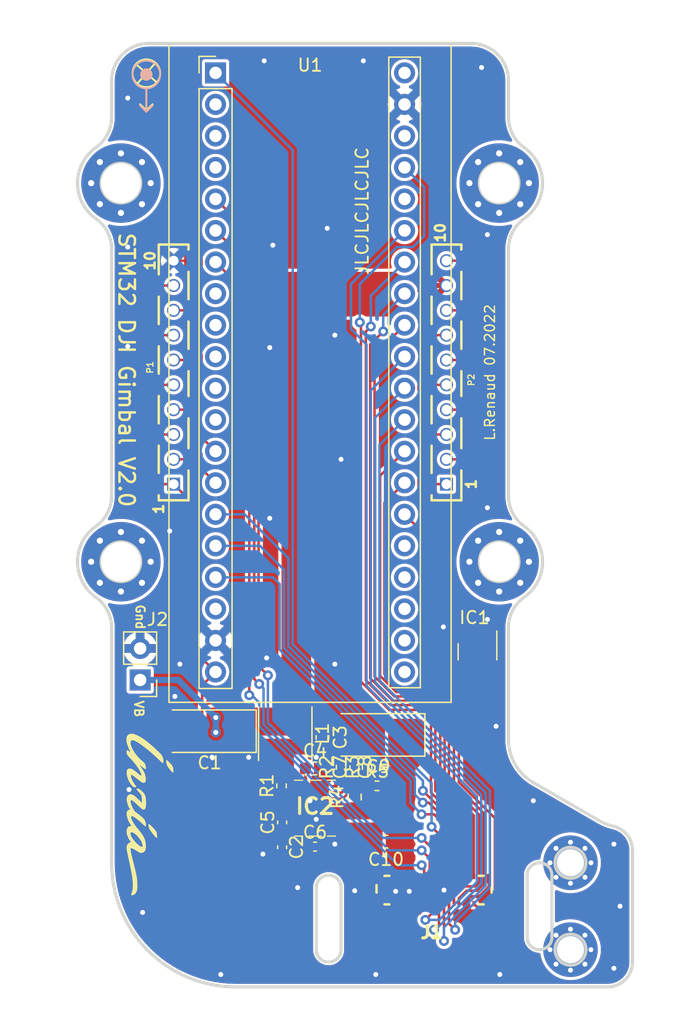
<source format=kicad_pcb>
(kicad_pcb (version 20211014) (generator pcbnew)

  (general
    (thickness 1.6)
  )

  (paper "A4")
  (layers
    (0 "F.Cu" signal)
    (31 "B.Cu" signal)
    (32 "B.Adhes" user "B.Adhesive")
    (33 "F.Adhes" user "F.Adhesive")
    (34 "B.Paste" user)
    (35 "F.Paste" user)
    (36 "B.SilkS" user "B.Silkscreen")
    (37 "F.SilkS" user "F.Silkscreen")
    (38 "B.Mask" user)
    (39 "F.Mask" user)
    (40 "Dwgs.User" user "User.Drawings")
    (41 "Cmts.User" user "User.Comments")
    (42 "Eco1.User" user "User.Eco1")
    (43 "Eco2.User" user "User.Eco2")
    (44 "Edge.Cuts" user)
    (45 "Margin" user)
    (46 "B.CrtYd" user "B.Courtyard")
    (47 "F.CrtYd" user "F.Courtyard")
    (48 "B.Fab" user)
    (49 "F.Fab" user)
    (50 "User.1" user)
    (51 "User.2" user)
    (52 "User.3" user)
    (53 "User.4" user)
    (54 "User.5" user)
    (55 "User.6" user)
    (56 "User.7" user)
    (57 "User.8" user)
    (58 "User.9" user)
  )

  (setup
    (stackup
      (layer "F.SilkS" (type "Top Silk Screen"))
      (layer "F.Paste" (type "Top Solder Paste"))
      (layer "F.Mask" (type "Top Solder Mask") (thickness 0.01))
      (layer "F.Cu" (type "copper") (thickness 0.035))
      (layer "dielectric 1" (type "core") (thickness 1.51) (material "FR4") (epsilon_r 4.5) (loss_tangent 0.02))
      (layer "B.Cu" (type "copper") (thickness 0.035))
      (layer "B.Mask" (type "Bottom Solder Mask") (thickness 0.01))
      (layer "B.Paste" (type "Bottom Solder Paste"))
      (layer "B.SilkS" (type "Bottom Silk Screen"))
      (copper_finish "None")
      (dielectric_constraints no)
    )
    (pad_to_mask_clearance 0)
    (aux_axis_origin 150 100)
    (pcbplotparams
      (layerselection 0x00010fc_ffffffff)
      (disableapertmacros false)
      (usegerberextensions false)
      (usegerberattributes true)
      (usegerberadvancedattributes true)
      (creategerberjobfile true)
      (svguseinch false)
      (svgprecision 6)
      (excludeedgelayer true)
      (plotframeref false)
      (viasonmask false)
      (mode 1)
      (useauxorigin false)
      (hpglpennumber 1)
      (hpglpenspeed 20)
      (hpglpendiameter 15.000000)
      (dxfpolygonmode true)
      (dxfimperialunits false)
      (dxfusepcbnewfont true)
      (psnegative false)
      (psa4output false)
      (plotreference true)
      (plotvalue true)
      (plotinvisibletext false)
      (sketchpadsonfab false)
      (subtractmaskfromsilk false)
      (outputformat 1)
      (mirror false)
      (drillshape 0)
      (scaleselection 1)
      (outputdirectory "Gerber/")
    )
  )

  (net 0 "")
  (net 1 "/M3_PWM3")
  (net 2 "/M3_Fault")
  (net 3 "/M3_PWM2")
  (net 4 "GND")
  (net 5 "/M3_PWM1")
  (net 6 "/M2_Fault")
  (net 7 "/M3_Hall2")
  (net 8 "/M2_PWM3")
  (net 9 "/M3_Hall1")
  (net 10 "/M2_PWM2")
  (net 11 "/M2_Hall2")
  (net 12 "/M2_PWM1")
  (net 13 "/M2_Hall1")
  (net 14 "/M1_Fault")
  (net 15 "/M1_Hall2")
  (net 16 "/M1_PWM3")
  (net 17 "/M1_Hall1")
  (net 18 "/M1_PWM2")
  (net 19 "+5V")
  (net 20 "/M1_PWM1")
  (net 21 "unconnected-(U1-Pad2)")
  (net 22 "unconnected-(U1-Pad3)")
  (net 23 "unconnected-(U1-Pad4)")
  (net 24 "unconnected-(U1-Pad8)")
  (net 25 "unconnected-(U1-Pad9)")
  (net 26 "unconnected-(U1-Pad10)")
  (net 27 "unconnected-(U1-Pad11)")
  (net 28 "unconnected-(U1-Pad12)")
  (net 29 "/SCL")
  (net 30 "/SDA")
  (net 31 "unconnected-(U1-Pad21)")
  (net 32 "unconnected-(U1-Pad22)")
  (net 33 "unconnected-(U1-Pad23)")
  (net 34 "unconnected-(U1-Pad24)")
  (net 35 "unconnected-(U1-Pad25)")
  (net 36 "unconnected-(U1-Pad36)")
  (net 37 "unconnected-(U1-Pad38)")
  (net 38 "unconnected-(P1-Pad2)")
  (net 39 "unconnected-(P1-Pad3)")
  (net 40 "/ow")
  (net 41 "unconnected-(IC1-Pad2)")
  (net 42 "unconnected-(P1-Pad6)")
  (net 43 "unconnected-(P1-Pad7)")
  (net 44 "unconnected-(P1-Pad8)")
  (net 45 "unconnected-(P1-Pad9)")
  (net 46 "+BATT")
  (net 47 "unconnected-(P2-Pad1)")
  (net 48 "unconnected-(P2-Pad2)")
  (net 49 "unconnected-(P2-Pad3)")
  (net 50 "unconnected-(P2-Pad4)")
  (net 51 "unconnected-(P2-Pad5)")
  (net 52 "unconnected-(P2-Pad6)")
  (net 53 "unconnected-(P2-Pad7)")
  (net 54 "+3V0")
  (net 55 "Net-(C4-Pad1)")
  (net 56 "unconnected-(P2-Pad10)")
  (net 57 "Net-(C5-Pad1)")
  (net 58 "Net-(C5-Pad2)")
  (net 59 "Net-(C6-Pad1)")
  (net 60 "Net-(C7-Pad1)")
  (net 61 "Net-(C8-Pad1)")
  (net 62 "Vdrive")
  (net 63 "Net-(IC2-Pad3)")
  (net 64 "Net-(IC2-Pad19)")
  (net 65 "Net-(IC2-Pad17)")
  (net 66 "unconnected-(IC2-Pad13)")

  (footprint "MountingHole:MountingHole_2.2mm_M2_Pad_Via" (layer "F.Cu") (at 171 139.5))

  (footprint "Inductor_SMD:L_Coilcraft_XxL4020" (layer "F.Cu") (at 148 129.1 -90))

  (footprint "MountingHole:MountingHole_3.2mm_M3_Pad_Via" (layer "F.Cu") (at 134.75 84.75))

  (footprint "DGI_Gimbal:BF090-10-X-B2" (layer "F.Cu") (at 161 100 90))

  (footprint "DGI_Gimbal:TPS61088" (layer "F.Cu") (at 150.4 135.1))

  (footprint "Resistor_SMD:R_0402_1005Metric" (layer "F.Cu") (at 155.4 133.3))

  (footprint "DGI_Gimbal:BF090-10-X-B2" (layer "F.Cu") (at 139 100 90))

  (footprint "Capacitor_SMD:C_0402_1005Metric" (layer "F.Cu") (at 150.4 138.2))

  (footprint "Resistor_SMD:R_0402_1005Metric" (layer "F.Cu") (at 152.5 131.8 90))

  (footprint "DGI_Gimbal:Inria" (layer "F.Cu") (at 137.1 135.6 -90))

  (footprint "Capacitor_SMD:C_0603_1608Metric" (layer "F.Cu") (at 150.4 131.9))

  (footprint "Resistor_SMD:R_0402_1005Metric" (layer "F.Cu") (at 147.7 133.3 90))

  (footprint "Resistor_SMD:R_0402_1005Metric" (layer "F.Cu") (at 154.6 131.8 90))

  (footprint "Capacitor_SMD:C_0603_1608Metric" (layer "F.Cu") (at 156.125 137.8 180))

  (footprint "MountingHole:MountingHole_3.2mm_M3_Pad_Via" (layer "F.Cu") (at 165.25 84.75))

  (footprint "Resistor_SMD:R_0603_1608Metric" (layer "F.Cu") (at 153.6 134.2 90))

  (footprint "MountingHole:MountingHole_3.2mm_M3_Pad_Via" (layer "F.Cu") (at 165.25 115.25))

  (footprint "Package_TO_SOT_SMD:SOT-23" (layer "F.Cu") (at 163.5 122.5 -90))

  (footprint "Capacitor_Tantalum_SMD:CP_EIA-6032-28_Kemet-C" (layer "F.Cu") (at 141.9 128.9 180))

  (footprint "Capacitor_SMD:C_0603_1608Metric" (layer "F.Cu") (at 151 129.4 -90))

  (footprint "Capacitor_SMD:C_0402_1005Metric" (layer "F.Cu") (at 153.58 131.8 90))

  (footprint "Capacitor_Tantalum_SMD:CP_EIA-6032-28_Kemet-C" (layer "F.Cu") (at 155.5 129.2 180))

  (footprint "Connector_PinHeader_2.54mm:PinHeader_1x02_P2.54mm_Vertical" (layer "F.Cu") (at 136.3 124.775 180))

  (footprint "DGI_Gimbal:YAAJ_WeAct_BlackPill_2" (layer "F.Cu") (at 150 100))

  (footprint "Capacitor_SMD:C_0402_1005Metric" (layer "F.Cu") (at 147.75 138.25 -90))

  (footprint "MountingHole:MountingHole_2.2mm_M2_Pad_Via" (layer "F.Cu") (at 171 146.5))

  (footprint "MountingHole:MountingHole_3.2mm_M3_Pad_Via" (layer "F.Cu") (at 134.75 115.25))

  (footprint "Capacitor_SMD:C_0402_1005Metric" (layer "F.Cu") (at 147.75 136.25 90))

  (footprint "DGI_Gimbal:BM20B0834DS04V53" (layer "F.Cu") (at 160 141.7 180))

  (footprint "Capacitor_SMD:C_0402_1005Metric" (layer "F.Cu") (at 155.6 131.8 90))

  (gr_line (start 136.3 78.5) (end 136.8 79) (layer "B.SilkS") (width 0.15) (tstamp 2a8bb4c7-9174-4989-8c1c-6b3ac2640ea3))
  (gr_circle (center 136.8 76) (end 136.800001 76) (layer "B.SilkS") (width 0.5) (fill none) (tstamp 465f0227-59d6-4224-bb00-82027db5ba71))
  (gr_line (start 136.8 79) (end 136.8 77.118033) (layer "B.SilkS") (width 0.15) (tstamp 4c15b4a4-70fd-436f-8aea-9bbb253ae149))
  (gr_line (start 137.3 78.5) (end 136.8 79) (layer "B.SilkS") (width 0.15) (tstamp b9a15a18-6b3a-4d23-a8ca-d29ebd5b594a))
  (gr_circle (center 136.8 76) (end 137.8 76.5) (layer "B.SilkS") (width 0.15) (fill none) (tstamp d909c2f5-cd97-475b-a850-77d149ecf702))
  (gr_line (start 136.8 75.9) (end 137.5 75.1) (layer "F.SilkS") (width 0.15) (tstamp 03089ffd-fc65-4861-bc9b-bf8e950bd9fa))
  (gr_line (start 136.8 75.9) (end 137.6 76.6) (layer "F.SilkS") (width 0.15) (tstamp 3ef29ce0-3c59-4f33-b521-45048e260a27))
  (gr_line (start 136.8 75.9) (end 136.1 76.7) (layer "F.SilkS") (width 0.15) (tstamp 611f7b4e-42d4-4de8-98d6-c2f71764a990))
  (gr_line (start 136.8 75.9) (end 136 75.2) (layer "F.SilkS") (width 0.15) (tstamp 76cfe23c-8d39-4fab-823b-36db34651579))
  (gr_line (start 136.8 78.9) (end 136.3 78.4) (layer "F.SilkS") (width 0.15) (tstamp 76db9461-8ba2-4aa9-b21f-4646483393e9))
  (gr_line (start 136.8 77.018033) (end 136.8 78.9) (layer "F.SilkS") (width 0.15) (tstamp 85fb701d-dbf1-4325-aa50-361701ded904))
  (gr_circle (center 136.8 75.9) (end 135.8 76.4) (layer "F.SilkS") (width 0.15) (fill none) (tstamp 91b4309a-f2dc-45c5-8b3b-e8c2643e0719))
  (gr_line (start 136.8 78.9) (end 137.3 78.4) (layer "F.SilkS") (width 0.15) (tstamp d7005e8a-bd34-461b-9bff-1cf04ce44037))
  (gr_circle (center 165.25 115.25) (end 166.85 115.25) (layer "Edge.Cuts") (width 0.25) (fill none) (tstamp 0517e4db-5231-487f-8e9e-a1910bbf8372))
  (gr_arc (start 132.730769 87.608795) (mid 131.25 84.75) (end 132.730769 81.891205) (layer "Edge.Cuts") (width 0.25) (tstamp 0df6b5a5-7392-4081-86ba-3356c1360443))
  (gr_arc (start 152.5 146.5) (mid 151.5 147.5) (end 150.5 146.5) (layer "Edge.Cuts") (width 0.25) (tstamp 0fb7b036-e1b2-4aff-a69d-b6769cbcbe61))
  (gr_arc (start 132.730769 87.608795) (mid 133.663864 88.67939) (end 134 90.05919) (layer "Edge.Cuts") (width 0.25) (tstamp 1526b236-d538-421f-a225-70907d1ca28f))
  (gr_arc (start 167.5 140.5) (mid 168.5 139.5) (end 169.5 140.5) (layer "Edge.Cuts") (width 0.25) (tstamp 16a6014e-36b9-498a-ad97-24535a8fa2c2))
  (gr_circle (center 134.75 84.75) (end 136.35 84.75) (layer "Edge.Cuts") (width 0.25) (fill none) (tstamp 17540021-c8d8-47d6-bd30-ca3c41daa19c))
  (gr_line (start 150.5 141.5) (end 150.5 146.5) (layer "Edge.Cuts") (width 0.25) (tstamp 1b2f736b-0465-4b47-ad72-f181fe0abcde))
  (gr_arc (start 134 109.94081) (mid 133.663857 111.320606) (end 132.730769 112.391205) (layer "Edge.Cuts") (width 0.25) (tstamp 1facb07e-db77-4c2c-8dae-4c1d097a8301))
  (gr_line (start 169.5 145.5) (end 169.5 140.5) (layer "Edge.Cuts") (width 0.25) (tstamp 276012d7-76f9-42b5-ab14-e5c214062455))
  (gr_line (start 144 149.5) (end 174 149.5) (layer "Edge.Cuts") (width 0.25) (tstamp 2957604b-5d8c-4519-b766-90b0dbcb9275))
  (gr_line (start 134 76.5) (end 134 79.44081) (layer "Edge.Cuts") (width 0.25) (tstamp 2efc0dd0-7a4d-498a-800a-78abb0f45bdd))
  (gr_arc (start 176 147.5) (mid 175.414214 148.914214) (end 174 149.5) (layer "Edge.Cuts") (width 0.25) (tstamp 32927869-39e0-4ac7-9d79-21e3f41b621e))
  (gr_arc (start 144 149.5) (mid 136.928932 146.571068) (end 134 139.5) (layer "Edge.Cuts") (width 0.25) (tstamp 363b0ad4-7ebb-41e3-8e4d-e5587bc2bcff))
  (gr_arc (start 167.269231 81.891205) (mid 166.336136 80.82061) (end 166 79.44081) (layer "Edge.Cuts") (width 0.25) (tstamp 3dbd89a2-6688-47c1-ac6b-740a3bd6f0c8))
  (gr_arc (start 168 133.035898) (mid 166.5359 131.571796) (end 166 129.571797) (layer "Edge.Cuts") (width 0.25) (tstamp 4800231b-a2a0-4ce5-abb7-5adf8e0a384c))
  (gr_line (start 163 73.5) (end 137 73.5) (layer "Edge.Cuts") (width 0.25) (tstamp 4aab4b81-60c6-4998-a548-9d3ba211e7cb))
  (gr_line (start 134 90.05919) (end 134 109.94081) (layer "Edge.Cuts") (width 0.25) (tstamp 51434625-ee4d-4f74-baf1-27cd477f6c08))
  (gr_arc (start 132.730769 118.108795) (mid 131.25 115.25) (end 132.730769 112.391205) (layer "Edge.Cuts") (width 0.25) (tstamp 5369e164-d11b-4e37-a362-e0964306f27e))
  (gr_arc (start 166 90.05919) (mid 166.336143 88.679394) (end 167.269231 87.608795) (layer "Edge.Cuts") (width 0.25) (tstamp 54669cdf-0dfd-430d-86d1-1d303d56033c))
  (gr_arc (start 166 120.55919) (mid 166.336143 119.179394) (end 167.269231 118.108795) (layer "Edge.Cuts") (width 0.25) (tstamp 64c39918-697c-4d19-a7da-84db55ec548f))
  (gr_line (start 167.5 140.5) (end 167.5 145.5) (layer "Edge.Cuts") (width 0.25) (tstamp 66b75c47-f8d4-4ddc-b495-a555ea529db1))
  (gr_arc (start 163 73.5) (mid 165.12132 74.37868) (end 166 76.5) (layer "Edge.Cuts") (width 0.25) (tstamp 686d7682-b8b2-47e6-8647-5403c6ddf337))
  (gr_arc (start 174.443516 136.549796) (mid 173.870638 136.373461) (end 173.330547 136.113491) (layer "Edge.Cuts") (width 0.25) (tstamp 73180669-9963-4d3a-a65e-2de8a9fbbb76))
  (gr_arc (start 167.269231 112.391205) (mid 166.336136 111.32061) (end 166 109.94081) (layer "Edge.Cuts") (width 0.25) (tstamp 79503163-e9bf-44b6-ae2a-3782e07feab8))
  (gr_line (start 166 109.94081) (end 166 90.05919) (layer "Edge.Cuts") (width 0.25) (tstamp 7de1d613-87e6-4d8e-a4c5-2f8c0e686750))
  (gr_line (start 173.330547 136.113491) (end 168 133.035898) (layer "Edge.Cuts") (width 0.25) (tstamp 8f694251-5641-423e-a2cb-2edfb83dd3de))
  (gr_line (start 134 120.55919) (end 134 139.5) (layer "Edge.Cuts") (width 0.25) (tstamp 8fa16602-bb79-43fe-9a0d-deb19255ec51))
  (gr_arc (start 134 76.5) (mid 134.87868 74.37868) (end 137 73.5) (layer "Edge.Cuts") (width 0.25) (tstamp 9210c844-fbfc-4ef4-9ad0-2895a4269048))
  (gr_circle (center 171 146.5) (end 172.25 146.5) (layer "Edge.Cuts") (width 0.25) (fill none) (tstamp 983965a0-7169-41aa-86d7-5f090cea8a82))
  (gr_arc (start 167.269231 112.391205) (mid 168.75 115.25) (end 167.269231 118.108795) (layer "Edge.Cuts") (width 0.25) (tstamp 9d6e621c-a61b-4549-b59c-e2a55e53ad8c))
  (gr_circle (center 165.25 84.75) (end 166.85 84.75) (layer "Edge.Cuts") (width 0.25) (fill none) (tstamp ae930b8d-eac2-4c5a-8b9c-9e41e66d9a99))
  (gr_line (start 176 147.5) (end 176 138.5) (layer "Edge.Cuts") (width 0.25) (tstamp bec9e302-1e46-46a4-ac4e-c5f3eef9552a))
  (gr_line (start 166 129.571797) (end 166 120.55919) (layer "Edge.Cuts") (width 0.25) (tstamp c3d32ba1-ce0f-4673-9a70-7c3115c4e04f))
  (gr_arc (start 167.269231 81.891205) (mid 168.75 84.75) (end 167.269231 87.608795) (layer "Edge.Cuts") (width 0.25) (tstamp c404a89f-7f2f-4fc9-be8c-929a134b3c00))
  (gr_arc (start 169.5 145.5) (mid 168.5 146.5) (end 167.5 145.5) (layer "Edge.Cuts") (width 0.25) (tstamp ca8b3c17-5c72-4479-ba45-aa31727b8180))
  (gr_arc (start 150.5 141.5) (mid 151.5 140.5) (end 152.5 141.5) (layer "Edge.Cuts") (width 0.25) (tstamp ccfefca0-c34c-4a19-b03b-ddb141610168))
  (gr_arc (start 134 79.44081) (mid 133.663857 80.820606) (end 132.730769 81.891205) (layer "Edge.Cuts") (width 0.25) (tstamp d761abbe-e3b5-485b-a86c-6dd227efeb02))
  (gr_circle (center 171 139.5) (end 172.25 139.5) (layer "Edge.Cuts") (width 0.25) (fill none) (tstamp d9f948ec-4672-4511-8ba9-c6668b206018))
  (gr_line (start 152.5 146.5) (end 152.5 141.5) (layer "Edge.Cuts") (width 0.25) (tstamp dd791a33-ed71-42f2-be9d-cea0d7a5e754))
  (gr_arc (start 132.730769 118.108795) (mid 133.663864 119.17939) (end 134 120.55919) (layer "Edge.Cuts") (width 0.25) (tstamp eaca40a4-738b-42d2-b122-4a26b632a99d))
  (gr_circle (center 134.75 115.25) (end 136.35 115.25) (layer "Edge.Cuts") (width 0.25) (fill none) (tstamp f2b1d6ac-d5d2-42be-96fe-95342299b4d1))
  (gr_line (start 166 79.44081) (end 166 76.5) (layer "Edge.Cuts") (width 0.25) (tstamp f5ed7ec3-84a7-4dae-ab16-0b2162ba0e73))
  (gr_arc (start 174.443516 136.549796) (mid 175.563175 137.252408) (end 176 138.5) (layer "Edge.Cuts") (width 0.25) (tstamp f78f2588-afa2-4f8a-868b-81554ccacedd))
  (gr_text "JLCJLCJLCJLC" (at 154.2 87 90) (layer "F.SilkS") (tstamp 19873b69-6c27-4fc3-8eff-0d2645dcc132)
    (effects (font (size 1 1) (thickness 0.15)))
  )
  (gr_text "STM32 DJI Gimbal V2.0\n" (at 135.2 99.8 270) (layer "F.SilkS") (tstamp 1c102a47-54ae-434c-b42c-6868739953c4)
    (effects (font (size 1.25 1.25) (thickness 0.2)))
  )
  (gr_text "Gnd" (at 136.3 119.7 270) (layer "F.SilkS") (tstamp 239352ce-f85f-4418-91ea-236f468a2cb4)
    (effects (font (size 0.7 0.7) (thickness 0.15)))
  )
  (gr_text "VB" (at 136.2 127.1 270) (layer "F.SilkS") (tstamp ab6e86d5-a0aa-4a67-9416-462efe4ffe34)
    (effects (font (size 0.7 0.7) (thickness 0.15)))
  )
  (gr_text "L.Renaud 07.2022" (at 164.5 100 90) (layer "F.SilkS") (tstamp d1b5a478-66d4-44de-b416-a298a27aa5a0)
    (effects (font (size 0.8 0.8) (thickness 0.12)))
  )

  (segment (start 155.2 98.61) (end 157.62 96.19) (width 0.2) (layer "F.Cu") (net 1) (tstamp 3609254c-8c6f-47ea-891b-3b4ed7f8a4a5))
  (segment (start 163.2 135.689948) (end 160.85 133.339949) (width 0.2) (layer "F.Cu") (net 1) (tstamp 45781ca1-f121-4fce-a1e5-1ba46a57e4aa))
  (segment (start 159.110052 126.1) (end 156.810052 126.1) (width 0.2) (layer "F.Cu") (net 1) (tstamp 5c4f21cd-190f-43c0-bcfd-029e5af549b2))
  (segment (start 163.2 140.61) (end 163.2 135.689948) (width 0.2) (layer "F.Cu") (net 1) (tstamp a6932080-cbd0-4db4-8749-e7f819b3d302))
  (segment (start 160.85 127.839948) (end 159.110052 126.1) (width 0.2) (layer "F.Cu") (net 1) (tstamp b54922cb-b94e-402d-a174-78d715c22fab))
  (segment (start 160.85 133.339949) (end 160.85 127.839948) (width 0.2) (layer "F.Cu") (net 1) (tstamp ca9564db-d12e-4f0f-8338-0b5bfe0809bd))
  (segment (start 156.810052 126.1) (end 155.2 124.489948) (width 0.2) (layer "F.Cu") (net 1) (tstamp e3bf6744-aff2-4f6c-aa7d-dce37fce6add))
  (segment (start 155.2 124.489948) (end 155.2 98.61) (width 0.2) (layer "F.Cu") (net 1) (tstamp e4b74865-83c5-4c4c-8669-160b6cb50cf1))
  (segment (start 162 133) (end 162 127.45) (width 0.2) (layer "F.Cu") (net 2) (tstamp 5637833d-ae0f-414f-a3f0-bae7624fca4a))
  (segment (start 163.66 143.25) (end 164.75 143.25) (width 0.2) (layer "F.Cu") (net 2) (tstamp 5ff9959c-d217-4b85-9da5-753868aa7c0b))
  (segment (start 164.75 143.25) (end 164.9 143.1) (width 0.2) (layer "F.Cu") (net 2) (tstamp 660beb9c-ea2b-47ed-b79a-c62ce5c974b2))
  (segment (start 164.9 135.9) (end 162 133) (width 0.2) (layer "F.Cu") (net 2) (tstamp 833a94d0-43c2-4a99-84ad-c762b271f265))
  (segment (start 164.9 143.1) (end 164.9 135.9) (width 0.2) (layer "F.Cu") (net 2) (tstamp 8e19056b-4545-4543-8c19-c3edf52a8c56))
  (segment (start 159.05 112.86) (end 157.62 111.43) (width 0.2) (layer "F.Cu") (net 2) (tstamp dae6ed34-f67d-4d9a-8967-cfa6fc7f6685))
  (segment (start 163.2 142.79) (end 163.66 143.25) (width 0.2) (layer "F.Cu") (net 2) (tstamp dbd59400-ce93-412e-a6b3-134c0971a893))
  (segment (start 159.05 124.5) (end 159.05 112.86) (width 0.2) (layer "F.Cu") (net 2) (tstamp dc295ed4-9a9b-4058-96ad-b43cf8b7b029))
  (segment (start 162 127.45) (end 159.05 124.5) (width 0.2) (layer "F.Cu") (net 2) (tstamp dc8ff9e8-fb8b-4c49-a68c-25cc572b9947))
  (segment (start 160.5 133.484922) (end 162.8 135.784922) (width 0.2) (layer "F.Cu") (net 3) (tstamp 05ce5861-fa7b-41dc-89c8-0de2784ea075))
  (segment (start 155.9 96.7) (end 154.85 97.75) (width 0.2) (layer "F.Cu") (net 3) (tstamp 1ac20724-eea1-4ff4-9ddc-84bd952e7aa4))
  (segment (start 154.85 124.634923) (end 156.665078 126.45) (width 0.2) (layer "F.Cu") (net 3) (tstamp 2380e970-884e-4eb6-a47e-0dc43e527e86))
  (segment (start 158.965078 126.45) (end 160.5 127.984922) (width 0.2) (layer "F.Cu") (net 3) (tstamp 33cb5eae-23d8-4a40-8cba-d0f3faaccab5))
  (segment (start 160.5 127.984922) (end 160.5 133.484922) (width 0.2) (layer "F.Cu") (net 3) (tstamp 8fe31352-db51-4f71-a4b7-1c03772e36a8))
  (segment (start 162.8 135.784922) (end 162.8 140.61) (width 0.2) (layer "F.Cu") (net 3) (tstamp a20f587c-4d01-4a9f-8a57-2665c5cd4d1a))
  (segment (start 154.85 97.75) (end 154.85 124.634923) (width 0.2) (layer "F.Cu") (net 3) (tstamp bf6d3634-ce73-4d67-bfe6-81d99ffcaa17))
  (segment (start 156.665078 126.45) (end 158.965078 126.45) (width 0.2) (layer "F.Cu") (net 3) (tstamp f5944b0d-585a-4639-ba4c-1f0daf000bc1))
  (via (at 155.9 96.7) (size 0.8) (drill 0.4) (layers "F.Cu" "B.Cu") (net 3) (tstamp 41e20269-77cb-47e2-9922-9e416a8afb07))
  (segment (start 155.9 96.7) (end 155.9 95.37) (width 0.2) (layer "B.Cu") (net 3) (tstamp 09833aed-f270-4bc5-a031-40ccc7822be1))
  (segment (start 155.9 95.37) (end 157.62 93.65) (width 0.2) (layer "B.Cu") (net 3) (tstamp f9e61ec5-0c64-4262-ba8a-48ca672cafd2))
  (segment (start 154.13 130.77) (end 153.58 131.32) (width 0.2) (layer "F.Cu") (net 4) (tstamp 0db5f4dc-0e1c-40e6-85f9-882506695fd9))
  (segment (start 162.8 142.79) (end 162.8 142.3) (width 0.2) (layer "F.Cu") (net 4) (tstamp 46b88646-14eb-4eeb-a875-f2e32d1532fa))
  (segment (start 155.05 130.77) (end 154.13 130.77) (width 0.2) (layer "F.Cu") (net 4) (tstamp 47aa3d9e-e3c4-4e9d-8d11-bf2cff5c1787))
  (segment (start 155.6 131.32) (end 156.16 131.88) (width 0.2) (layer "F.Cu") (net 4) (tstamp 51965873-502b-4174-ab4d-4ceebeb26610))
  (segment (start 156.8 142.79) (end 158.785 142.79) (width 0.2) (layer "F.Cu") (net 4) (tstamp 551321a7-386b-46cf-aa9b-a109406e3f95))
  (segment (start 158.4 142.79) (end 158.815 142.375) (width 0.2) (layer "F.Cu") (net 4) (tstamp 62344fe3-1816-428f-8672-2ca42525a566))
  (segment (start 155.6 131.32) (end 155.05 130.77) (width 0.2) (layer "F.Cu") (net 4) (tstamp 6aa78e40-84fa-4e4b-afbe-3a7715b8fc8c))
  (segment (start 162.9 142.2) (end 163.985 142.2) (width 0.2) (layer "F.Cu") (net 4) (tstamp 817623d7-a235-4811-bea6-99be40fe2a99))
  (segment (start 138.94 91) (end 140.54 91) (width 0.2) (layer "F.Cu") (net 4) (tstamp 8bd7c959-0f76-4414-b2e1-1e2d49d8b269))
  (segment (start 162.8 142.79) (end 162.4 142.79) (width 0.2) (layer "F.Cu") (net 4) (tstamp b3ff9f6c-1dae-4f34-bbbf-8ec532a87417))
  (segment (start 164.41 142.625) (end 164.41 140.775) (width 0.2) (layer "F.Cu") (net 4) (tstamp be55fd3c-1439-4cab-80d1-16d2a13bf134))
  (segment (start 158.815 142.375) (end 158.815 140.61) (width 0.2) (layer "F.Cu") (net 4) (tstamp cc294024-204d-4270-b0bd-ac36b797d438))
  (segment (start 162.8 142.3) (end 162.9 142.2) (width 0.2) (layer "F.Cu") (net 4) (tstamp e73eb6da-91d5-4e4e-b8cd-f4b8910c79f6))
  (segment (start 156.16 131.88) (end 156.16 133.05) (width 0.2) (layer "F.Cu") (net 4) (tstamp ea8b12bc-2a8b-4d56-8694-ec837c419b04))
  (segment (start 156.16 133.05) (end 155.91 133.3) (width 0.2) (layer "F.Cu") (net 4) (tstamp fad29146-3315-4931-8232-18a9cb3ce219))
  (segment (start 163.985 142.2) (end 164.41 142.625) (width 0.2) (layer "F.Cu") (net 4) (tstamp fc496376-0059-4316-8279-08bf5d45b023))
  (via (at 142.1 131) (size 0.8) (drill 0.4) (layers "F.Cu" "B.Cu") (free) (net 4) (tstamp 0c1796a6-2856-47ad-a676-5e3098d0c2d2))
  (via (at 152.5 107) (size 0.8) (drill 0.4) (layers "F.Cu" "B.Cu") (free) (net 4) (tstamp 10db243b-bf50-4719-a638-b4a609bc7836))
  (via (at 146.3 74.9) (size 0.8) (drill 0.4) (layers "F.Cu" "B.Cu") (free) (net 4) (tstamp 1191e882-1b58-40f9-85e1-0be789bf4f9b))
  (via (at 156.9 141.8) (size 0.8) (drill 0.4) (layers "F.Cu" "B.Cu") (free) (net 4) (tstamp 181836e2-9b47-4ecf-9d14-04fc59e161af))
  (via (at 135.3 77.9) (size 0.8) (drill 0.4) (layers "F.Cu" "B.Cu") (free) (net 4) (tstamp 1a621e8d-a430-4485-8b13-46273aeb35be))
  (via (at 150 134.5) (size 0.8) (drill 0.4) (layers "F.Cu" "B.Cu") (net 4) (tstamp 1aeafe7a-c2d7-4fc2-b753-7e6b42aa17a4))
  (via (at 151.384 88.392) (size 0.8) (drill 0.4) (layers "F.Cu" "B.Cu") (free) (net 4) (tstamp 1d50c0aa-dccf-43f8-b810-e32536f67739))
  (via (at 146.2 138.8) (size 0.8) (drill 0.4) (layers "F.Cu" "B.Cu") (free) (net 4) (tstamp 1dd25b18-be79-4644-a94a-916f7ece544b))
  (via (at 136.5 143.5) (size 0.8) (drill 0.4) (layers "F.Cu" "B.Cu") (free) (net 4) (tstamp 2354aa4e-9b45-4220-884b-6e4f72be8d45))
  (via (at 150.5 131) (size 0.8) (drill 0.4) (layers "F.Cu" "B.Cu") (free) (net 4) (tstamp 466ca871-b639-4834-8ce3-b9e52fe2bcfc))
  (via (at 152 97) (size 0.8) (drill 0.4) (layers "F.Cu" "B.Cu") (free) (net 4) (tstamp 46e51bd5-6f51-4164-a777-6ce471a9142b))
  (via (at 142.8 148.5) (size 0.8) (drill 0.4) (layers "F.Cu" "B.Cu") (free) (net 4) (tstamp 4d21ea87-48e9-4363-8b6d-c4d644bf3d11))
  (via (at 160.75 120.5) (size 0.8) (drill 0.4) (layers "F.Cu" "B.Cu") (free) (net 4) (tstamp 4e925c70-f39f-4bad-bb91-232e803f4c79))
  (via (at 174.5 148) (size 0.8) (drill 0.4) (layers "F.Cu" "B.Cu") (free) (net 4) (tstamp 5a335208-2c93-4e4f-ae3d-c15428aaf6eb))
  (via (at 135.3 97.9) (size 0.8) (drill 0.4) (layers "F.Cu" "B.Cu") (free) (net 4) (tstamp 5f1b7a67-342f-47e1-b241-4db041594e00))
  (via (at 158 141.8) (size 0.8) (drill 0.4) (layers "F.Cu" "B.Cu") (free) (net 4) (tstamp 602c514b-a28e-49e3-8179-37181b11df89))
  (via (at 135.3 89.9) (size 0.8) (drill 0.4) (layers "F.Cu" "B.Cu") (free) (net 4) (tstamp 638597a2-759c-4a8f-8fae-1ccfab501693))
  (via (at 155.3 148.5) (size 0.8) (drill 0.4) (layers "F.Cu" "B.Cu") (free) (net 4) (tstamp 63f01817-74e6-44ed-a07a-2209c667c863))
  (via (at 145.05 131) (size 0.8) (drill 0.4) (layers "F.Cu" "B.Cu") (free) (net 4) (tstamp 680e220c-f244-4c1a-824f-2ad7ed9e050b))
  (via (at 175 143) (size 0.8) (drill 0.4) (layers "F.Cu" "B.Cu") (free) (net 4) (tstamp 71aea535-e544-4bbf-9303-ac0095de444b))
  (via (at 164.3 119.9) (size 0.8) (drill 0.4) (layers "F.Cu" "B.Cu") (free) (net 4) (tstamp 79c09817-c1ac-4281-94f6-c1eaa8bf7ae5))
  (via (at 153.6 141.75) (size 0.8) (drill 0.4) (layers "F.Cu" "B.Cu") (free) (net 4) (tstamp 7b645785-4df9-4b94-bbe4-3e6e42388640))
  (via (at 150.5 136) (size 0.8) (drill 0.4) (layers "F.Cu" "B.Cu") (net 4) (tstamp 828f6bb6-0c8e-400a-a1a6-dd956df0178f))
  (via (at 139.5 123.5) (size 0.8) (drill 0.4) (layers "F.Cu" "B.Cu") (free) (net 4) (tstamp 85725491-a8b2-478b-9ecd-1d3aace8c6fc))
  (via (at 135.4 133.6) (size 0.8) (drill 0.4) (layers "F.Cu" "B.Cu") (free) (net 4) (tstamp 9503ffac-b12d-42a7-be96-cc03227bb761))
  (via (at 147 89.75) (size 0.8) (drill 0.4) (layers "F.Cu" "B.Cu") (free) (net 4) (tstamp a1521b05-40f2-47b1-9710-95abd0e15d65))
  (via (at 152 123.5) (size 0.8) (drill 0.4) (layers "F.Cu" "B.Cu") (free) (net 4) (tstamp a438d1f3-dd04-4232-bd10-024e5ce8b1f3))
  (via (at 164.3 110.9) (size 0.8) (drill 0.4) (layers "F.Cu" "B.Cu") (free) (net 4) (tstamp ace98139-9e5c-46c1-ba03-cc1692ce9984))
  (via (at 163.83 75.438) (size 0.8) (drill 0.4) (layers "F.Cu" "B.Cu") (free) (net 4) (tstamp b0dbb33b-be84-4db4-843f-9896aaa6d439))
  (via (at 152 138) (size 0.8) (drill 0.4) (layers "F.Cu" "B.Cu") (free) (net 4) (tstamp b5cedd66-81ed-4f56-9733-8ad7bb80ca03))
  (via (at 168 134.5) (size 0.8) (drill 0.4) (layers "F.Cu" "B.Cu") (free) (net 4) (tstamp bed7118e-53c0-47bc-a0cd-8a5f48d34280))
  (via (at 164.3 88.9) (size 0.8) (drill 0.4) (layers "F.Cu" "B.Cu") (free) (net 4) (tstamp c2f6de18-6450-45a1-b71c-b13023a205fe))
  (via (at 146.5 123) (size 0.8) (drill 0.4) (layers "F.Cu" "B.Cu") (free) (net 4) (tstamp c8f983fc-531d-4864-9d4c-77c788614ec6))
  (via (at 149 141.5) (size 0.8) (drill 0.4) (layers "F.Cu" "B.Cu") (free) (net 4) (tstamp cbc5c0f9-7d8b-4460-bc3d-3c6da5746ab4))
  (via (at 146.75 98) (size 0.8) (drill 0.4) (layers "F.Cu" "B.Cu") (free) (net 4) (tstamp cc0927e2-a3f2-49b2-bdfe-e9069eea7dad))
  (via (at 174.5 138) (size 0.8) (drill 0.4) (layers "F.Cu" "B.Cu") (free) (net 4) (tstamp cc6e7b98-5f1b-4ede-914d-147822f8fe12))
  (via (at 165.3 148.5) (size 0.8) (drill 0.4) (layers "F.Cu" "B.Cu") (free) (net 4) (tstamp cdae78c2-3796-454e-9991-4d6264ea222c))
  (via (at 138.684 112.776) (size 0.8) (drill 0.4) (layers "F.Cu" "B.Cu") (free) (net 4) (tstamp d9a2c9e0-af65-4fec-8dbd-5e7565a66f13))
  (via (at 146.75 111.75) (size 0.8) (drill 0.4) (layers "F.Cu" "B.Cu") (free) (net 4) (tstamp e68e58c6-3f91-4ad6-9591-ed4ad998d147))
  (via (at 165 128.5) (size 0.8) (drill 0.4) (layers "F.Cu" "B.Cu") (free) (net 4) (tstamp eb697f88-c7e6-4ede-b5e2-1674fc1b53b8))
  (via (at 154.3 74.9) (size 0.8) (drill 0.4) (layers "F.Cu" "B.Cu") (free) (net 4) (tstamp ec87612d-b3cc-4af6-8031-065c14b5a6d5))
  (via (at 160.8 141.7) (size 0.8) (drill 0.4) (layers "F.Cu" "B.Cu") (free) (net 4) (tstamp f682281e-2453-4819-9c95-903a7704fdde))
  (via (at 139.1 126.1) (size 0.8) (drill 0.4) (layers "F.Cu" "B.Cu") (free) (net 4) (tstamp f8d81ad9-62c8-42de-bbad-f0a67c6f35f5))
  (segment (start 162.4 136) (end 162.4 140.61) (width 0.2) (layer "F.Cu") (net 5) (tstamp 003eedc5-af3a-41db-ab6a-d520b7ddbf9c))
  (segment (start 154.5 96.7) (end 154.5 124.8) (width 0.2) (layer "F.Cu") (net 5) (tstamp 2fa353b8-5e9d-4785-8d1e-1dc823b1643b))
  (segment (start 154.9 96.3) (end 154.5 96.7) (width 0.2) (layer "F.Cu") (net 5) (tstamp 426db378-f214-4f29-a5e5-486e0a56f170))
  (segment (start 154.5 124.8) (end 156.5 126.8) (width 0.2) (layer "F.Cu") (net 5) (tstamp 54e895ce-f209-4a3f-9502-5a26af98719e))
  (segment (start 160.1 133.7) (end 162.4 136) (width 0.2) (layer "F.Cu") (net 5) (tstamp 7c478112-5706-4260-b62d-855071d4c264))
  (segment (start 158.820104 126.8) (end 160.1 128.079896) (width 0.2) (layer "F.Cu") (net 5) (tstamp 8a795c12-6ba2-4048-bcb2-04248058a771))
  (segment (start 160.1 128.079896) (end 160.1 133.7) (width 0.2) (layer "F.Cu") (net 5) (tstamp 960974d2-4623-420d-b397-8967da7caf34))
  (segment (start 156.5 126.8) (end 158.820104 126.8) (width 0.2) (layer "F.Cu") (net 5) (tstamp eb3641ce-aa14-4873-8dca-b5b901232de0))
  (via (at 154.9 96.3) (size 0.8) (drill 0.4) (layers "F.Cu" "B.Cu") (net 5) (tstamp 769dc976-9b21-48a8-92c9-6da8ea1b6338))
  (segment (start 154.9 93.83) (end 157.62 91.11) (width 0.2) (layer "B.Cu") (net 5) (tstamp b3063e30-a0b6-4679-a64c-e432b7735746))
  (segment (start 154.9 96.3) (end 154.9 93.83) (width 0.2) (layer "B.Cu") (net 5) (tstamp ecd5824b-9436-47bc-bbfa-f6d623da3f38))
  (segment (start 156.612565 127.187435) (end 158.712565 127.187435) (width 0.2) (layer "F.Cu") (net 6) (tstamp 0097a498-c709-4823-a5e4-3f0e2efbb889))
  (segment (start 154.010953 95.966607) (end 154.1 96.055654) (width 0.2) (layer "F.Cu") (net 6) (tstamp 110398fc-5e65-4127-98dd-01b5c89635f0))
  (segment (start 159.75 133.844975) (end 162 136.094974) (width 0.2) (layer "F.Cu") (net 6) (tstamp 182dfaff-c19a-4023-99d6-6c6a674802a1))
  (segment (start 154.1 124.9) (end 156.4 127.2) (width 0.2) (layer "F.Cu") (net 6) (tstamp 54298ed7-a9a7-427d-8410-8cb9bcce9072))
  (segment (start 159.75 128.22487) (end 159.75 133.844975) (width 0.2) (layer "F.Cu") (net 6) (tstamp 7971d10e-2dcb-4d99-bef0-7217c4534175))
  (segment (start 158.712565 127.187435) (end 159.75 128.22487) (width 0.2) (layer "F.Cu") (net 6) (tstamp 7e216a8e-d874-407a-a89f-df36da2bd612))
  (segment (start 154.1 96.055654) (end 154.1 124.9) (width 0.2) (layer "F.Cu") (net 6) (tstamp b919c386-ef1e-42b8-a038-826c65f0abd9))
  (segment (start 162 136.094974) (end 162 140.61) (width 0.2) (layer "F.Cu") (net 6) (tstamp d7a32b17-3c1b-4c6e-b426-3ca8cf4d7887))
  (segment (start 156.4 127.2) (end 156.6 127.2) (width 0.2) (layer "F.Cu") (net 6) (tstamp d7e4b79d-be9f-4adc-9bfe-4fda67164e39))
  (segment (start 156.6 127.2) (end 156.612565 127.187435) (width 0.2) (layer "F.Cu") (net 6) (tstamp eb8fcd57-8765-4abd-8f84-86b333ce8c58))
  (via (at 154.010953 95.966607) (size 0.8) (drill 0.4) (layers "F.Cu" "B.Cu") (net 6) (tstamp 689a9b83-9d34-4899-8610-9f2625a3de5b))
  (segment (start 159.2 85.07) (end 157.62 83.49) (width 0.2) (layer "B.Cu") (net 6) (tstamp 1f655481-2e91-4a41-9e49-55fcb1a5cbbd))
  (segment (start 154.010953 95.966607) (end 154.010953 92.889047) (width 0.2) (layer "B.Cu") (net 6) (tstamp 6032953a-6a9f-48b3-8b19-865aa56e0389))
  (segment (start 158.3 89.9) (end 159.2 89) (width 0.2) (layer "B.Cu") (net 6) (tstamp 69294cb2-ddd0-4ede-9c44-eba3ed3eefa2))
  (segment (start 159.2 89) (end 159.2 85.07) (width 0.2) (layer "B.Cu") (net 6) (tstamp a0d558f0-236e-43ae-a38e-fd20e4f3f0d5))
  (segment (start 154.010953 92.889047) (end 157 89.9) (width 0.2) (layer "B.Cu") (net 6) (tstamp c20f11f1-95ed-4e1c-b569-f2a3af47172e))
  (segment (start 157 89.9) (end 158.3 89.9) (width 0.2) (layer "B.Cu") (net 6) (tstamp dab03f3b-bdaf-4bf7-8ec5-1f4d73a5ae95))
  (segment (start 161.6 127.6) (end 159.4 125.4) (width 0.2) (layer "F.Cu") (net 7) (tstamp 58a737e7-7625-416b-9530-40f980a26931))
  (segment (start 164.01 135.51) (end 161.6 133.1) (width 0.2) (layer "F.Cu") (net 7) (tstamp 58f3e173-8adc-42ba-b805-124bd817e5f0))
  (segment (start 162 142.79) (end 162 142.365) (width 0.2) (layer "F.Cu") (net 7) (tstamp 775058d7-402c-4d56-a3c2-9ad50f8c0967))
  (segment (start 162.615 141.75) (end 163.45 141.75) (width 0.2) (layer "F.Cu") (net 7) (tstamp 8dd7f612-3fb3-435e-bf26-b24641c1871b))
  (segment (start 159.4 125.4) (end 157.1 125.4) (width 0.2) (layer "F.Cu") (net 7) (tstamp 9792596e-002b-4ce3-8014-311049cdf571))
  (segment (start 161.6 133.1) (end 161.6 127.6) (width 0.2) (layer "F.Cu") (net 7) (tstamp aa1077ab-2f14-4c30-9a4b-18ca1bf29df4))
  (segment (start 156 124.3) (end 156 110.51) (width 0.2) (layer "F.Cu") (net 7) (tstamp c1d39081-381f-4e6e-9296-9ed1cfac7822))
  (segment (start 156 110.51) (end 157.62 108.89) (width 0.2) (layer "F.Cu") (net 7) (tstamp c4a1bac7-deb4-4902-8fbb-57c3506c721e))
  (segment (start 163.45 141.75) (end 164.01 141.19) (width 0.2) (layer "F.Cu") (net 7) (tstamp d55e564a-4a0e-4bb7-a795-0481f03dc8d7))
  (segment (start 164.01 141.19) (end 164.01 135.51) (width 0.2) (layer "F.Cu") (net 7) (tstamp f70fd76a-b188-4226-9c14-e82128433860))
  (segment (start 162 142.365) (end 162.615 141.75) (width 0.2) (layer "F.Cu") (net 7) (tstamp fbb3bee8-83e7-4ba4-96a0-f383c312fb66))
  (segment (start 157.1 125.4) (end 156 124.3) (width 0.2) (layer "F.Cu") (net 7) (tstamp fdff3a30-2f0b-4c13-8351-8efad0da8fab))
  (segment (start 159.1 133.7) (end 161.6 136.2) (width 0.2) (layer "F.Cu") (net 8) (tstamp 2e6465b5-d458-41a2-ade4-78c1c80c5635))
  (segment (start 161.6 136.2) (end 161.6 140.61) (width 0.2) (layer "F.Cu") (net 8) (tstamp ed510ba6-92d4-4160-8ea2-98b512dcb666))
  (via (at 159.1 133.7) (size 0.8) (drill 0.4) (layers "F.Cu" "B.Cu") (net 8) (tstamp efc926f9-bb41-4853-af48-6eded82f3dbe))
  (segment (start 148.25 114.95) (end 144.73 111.43) (width 0.2) (layer "B.Cu") (net 8) (tstamp 18dc7df7-e517-4c69-b635-05355c8eb3fa))
  (segment (start 159.1 132.894974) (end 148.25 122.044974) (width 0.2) (layer "B.Cu") (net 8) (tstamp 52c59cbe-9a59-41bc-9f23-88e2216309ac))
  (segment (start 144.73 111.43) (end 142.38 111.43) (width 0.2) (layer "B.Cu") (net 8) (tstamp 80e484e4-abfe-4dda-9915-82c9e2341752))
  (segment (start 159.1 133.7) (end 159.1 132.894974) (width 0.2) (layer "B.Cu") (net 8) (tstamp 982f2d2d-2e25-437e-9f06-af75e585ad97))
  (segment (start 148.25 122.044974) (end 148.25 114.95) (width 0.2) (layer "B.Cu") (net 8) (tstamp db7847ca-8c88-4066-9c2a-be8495acb205))
  (segment (start 155.65 124.444974) (end 155.65 108.32) (width 0.2) (layer "F.Cu") (net 9) (tstamp 042a1f52-56c2-4738-b271-108d2e3ec0cd))
  (segment (start 156.955026 125.75) (end 155.65 124.444974) (width 0.2) (layer "F.Cu") (net 9) (tstamp 1c5c547a-b5a2-4611-af83-be64b01795da))
  (segment (start 161.2 127.694974) (end 159.255026 125.75) (width 0.2) (layer "F.Cu") (net 9) (tstamp 20e36f93-85e0-4fe3-88ca-8960d666578d))
  (segment (start 163.66 135.654974) (end 161.2 133.194974) (width 0.2) (layer "F.Cu") (net 9) (tstamp 40fd3862-29c3-4d03-89fd-3cf5024070d0))
  (segment (start 161.6 142.270026) (end 162.470026 141.4) (width 0.2) (layer "F.Cu") (net 9) (tstamp 425b7ee3-295d-401e-87a8-37c4930bf9f4))
  (segment (start 163.305026 141.4) (end 163.66 141.045026) (width 0.2) (layer "F.Cu") (net 9) (tstamp 473e4be6-28a9-4034-832f-2b02e86eaa3b))
  (segment (start 161.6 142.79) (end 161.6 142.270026) (width 0.2) (layer "F.Cu") (net 9) (tstamp 51394dcc-d5f4-425f-9ac0-957b2b482f97))
  (segment (start 161.2 133.194974) (end 161.2 127.694974) (width 0.2) (layer "F.Cu") (net 9) (tstamp 5555dfd6-5be3-4955-a809-dde8ad8d2de1))
  (segment (start 162.470026 141.4) (end 163.305026 141.4) (width 0.2) (layer "F.Cu") (net 9) (tstamp 8a838e81-d479-4006-bd49-cd6b670cc7c1))
  (segment (start 163.66 141.045026) (end 163.66 135.654974) (width 0.2) (layer "F.Cu") (net 9) (tstamp 9c63e4e8-8398-4f5d-815f-097745ca2b34))
  (segment (start 159.255026 125.75) (end 156.955026 125.75) (width 0.2) (layer "F.Cu") (net 9) (tstamp e22e86ca-bb25-4dbd-bac4-ea9ec8bc48fc))
  (segment (start 155.65 108.32) (end 157.62 106.35) (width 0.2) (layer "F.Cu") (net 9) (tstamp f7456bad-6d4e-4729-bbe5-eed1fade4583))
  (segment (start 159.090324 134.649453) (end 159.554479 134.649453) (width 0.2) (layer "F.Cu") (net 10) (tstamp 0e149e78-889f-41a4-8005-882ed31d6d52))
  (segment (start 161.2 136.294974) (end 161.2 140.61) (width 0.2) (layer "F.Cu") (net 10) (tstamp 881d2c3d-1722-40f7-ab7e-6ebd83ce7ea6))
  (segment (start 159.554479 134.649453) (end 161.2 136.294974) (width 0.2) (layer "F.Cu") (net 10) (tstamp bad41d5f-a184-4cf8-8116-c6c4e417ac98))
  (via (at 159.090324 134.649453) (size 0.8) (drill 0.4) (layers "F.Cu" "B.Cu") (net 10) (tstamp e00ff1e5-1e07-4122-a8dc-e4015d418b2d))
  (segment (start 158.45 132.739948) (end 147.9 122.189949) (width 0.2) (layer "B.Cu") (net 10) (tstamp 12e2ed25-fce8-4be1-8317-177a2acbb368))
  (segment (start 158.45 134.009129) (end 158.45 132.739948) (width 0.2) (layer "B.Cu") (net 10) (tstamp 2eb745f5-dfa5-41fe-8945-af35cbe25dce))
  (segment (start 145.97 113.97) (end 142.38 113.97) (width 0.2) (layer "B.Cu") (net 10) (tstamp 5bfdb4cb-a2f0-4ee0-a4d5-a0ca1f2953b2))
  (segment (start 147.9 122.189949) (end 147.9 115.9) (width 0.2) (layer "B.Cu") (net 10) (tstamp 5d113053-3b42-4d39-91d2-604e93dd20d6))
  (segment (start 147.9 115.9) (end 145.97 113.97) (width 0.2) (layer "B.Cu") (net 10) (tstamp b42a6348-1b74-4a6d-bed2-f85ae05b4802))
  (segment (start 159.090324 134.649453) (end 158.45 134.009129) (width 0.2) (layer "B.Cu") (net 10) (tstamp d9926a5a-7287-4ef5-a14a-7e9dec951131))
  (segment (start 161.2 144.4) (end 161.7 144.9) (width 0.2) (layer "F.Cu") (net 11) (tstamp 749a9567-f17a-441c-aac1-68080e70a5b5))
  (segment (start 161.2 142.79) (end 161.2 144.4) (width 0.2) (layer "F.Cu") (net 11) (tstamp 85408837-f1d6-41de-854a-bda705f41224))
  (via (at 161.7 144.9) (size 0.8) (drill 0.4) (layers "F.Cu" "B.Cu") (net 11) (tstamp df8347af-8707-42a2-9704-56275c77772b))
  (segment (start 161.7 144.9) (end 161.7 144.294974) (width 0.2) (layer "B.Cu") (net 11) (tstamp 1d2d16eb-20d4-49e9-86bb-57b9053c8a5c))
  (segment (start 164.5 133.7) (end 155.6 124.8) (width 0.2) (layer "B.Cu") (net 11) (tstamp 815bd82d-9b94-4ed5-973d-73dd64b0aefd))
  (segment (start 161.7 144.294974) (end 164.5 141.494974) (width 0.2) (layer "B.Cu") (net 11) (tstamp 8d670343-e712-4006-adaf-8118bd81b6e4))
  (segment (start 155.6 124.8) (end 155.6 105.83) (width 0.2) (layer "B.Cu") (net 11) (tstamp d349a323-5e19-4876-9ce8-231859e27447))
  (segment (start 164.5 141.494974) (end 164.5 133.7) (width 0.2) (layer "B.Cu") (net 11) (tstamp dea00d34-048a-4f7e-a076-7dbf34bbafc0))
  (segment (start 155.6 105.83) (end 157.62 103.81) (width 0.2) (layer "B.Cu") (net 11) (tstamp f6810707-ea55-47ef-9af6-763226ce2ec1))
  (segment (start 158.990055 135.593646) (end 159.993646 135.593646) (width 0.2) (layer "F.Cu") (net 12) (tstamp 37e70d7a-776d-4a6f-8f0a-e37893e7ee55))
  (segment (start 160.8 136.4) (end 160.8 140.61) (width 0.2) (layer "F.Cu") (net 12) (tstamp 4137dac8-6950-428f-b6fd-8cfe025a294b))
  (segment (start 159.993646 135.593646) (end 160.8 136.4) (width 0.2) (layer "F.Cu") (net 12) (tstamp 89e9e4da-fdc2-4538-9e0d-492af3833e1a))
  (via (at 158.990055 135.593646) (size 0.8) (drill 0.4) (layers "F.Cu" "B.Cu") (net 12) (tstamp 3490a370-b5ea-4ac4-a839-ec11aa541c3f))
  (segment (start 158.1 134.703591) (end 158.1 132.884922) (width 0.2) (layer "B.Cu") (net 12) (tstamp 08509070-a0dc-4a63-937b-2aaa5b372793))
  (segment (start 147.55 122.334923) (end 147.55 117.05) (width 0.2) (layer "B.Cu") (net 12) (tstamp 27e46a1e-d880-4f8c-a9b2-bf76c55757ca))
  (segment (start 158.1 132.884922) (end 147.55 122.334923) (width 0.2) (layer "B.Cu") (net 12) (tstamp 3dfb8a62-67c4-4805-b9ad-ae81a964cccd))
  (segment (start 147.55 117.05) (end 147.01 116.51) (width 0.2) (layer "B.Cu") (net 12) (tstamp 427d006e-029c-41e4-98dd-6e69deb7c718))
  (segment (start 158.990055 135.593646) (end 158.1 134.703591) (width 0.2) (layer "B.Cu") (net 12) (tstamp a31cff99-b03c-4859-935c-b0667e440168))
  (segment (start 147.01 116.51) (end 142.38 116.51) (width 0.2) (layer "B.Cu") (net 12) (tstamp f83bd16f-c34f-4970-a09b-d0ac8ba02ddd))
  (segment (start 160.8 142.79) (end 160.8 145.8) (width 0.2) (layer "F.Cu") (net 13) (tstamp 1ccb3a26-32db-455e-9eab-629ffb7eb5a3))
  (via (at 160.8 145.8) (size 0.8) (drill 0.4) (layers "F.Cu" "B.Cu") (net 13) (tstamp 45de6940-a72f-4206-bdef-48d73c5bf49a))
  (segment (start 164.15 133.85) (end 155.25 124.95) (width 0.2) (layer "B.Cu") (net 13) (tstamp 5163e8e2-4085-4b26-942c-8870741c4af5))
  (segment (start 160.8 145.8) (end 160.8 144.7) (width 0.2) (layer "B.Cu") (net 13) (tstamp 754b9e6a-2f7b-4fcc-9e5a-19128ac71b62))
  (segment (start 164.15 141.35) (end 164.15 133.85) (width 0.2) (layer "B.Cu") (net 13) (tstamp 75666899-d627-49a1-8e95-130d61b3da63))
  (segment (start 155.25 103.64) (end 157.62 101.27) (width 0.2) (layer "B.Cu") (net 13) (tstamp 991d1a6f-072f-4744-be60-af89da38332d))
  (segment (start 155.25 124.95) (end 155.25 103.64) (width 0.2) (layer "B.Cu") (net 13) (tstamp dda844cd-8ff9-4203-ac13-7c860c40dace))
  (segment (start 160.8 144.7) (end 164.15 141.35) (width 0.2) (layer "B.Cu") (net 13) (tstamp ea122c05-66ef-4741-bb0e-78ad0a5981de))
  (segment (start 160.4 137.2) (end 160.4 140.61) (width 0.2) (layer "F.Cu") (net 14) (tstamp d92c4c35-1e90-444b-a18c-65f3d32c17bd))
  (segment (start 159.8 136.6) (end 160.4 137.2) (width 0.2) (layer "F.Cu") (net 14) (tstamp f954e1a2-6960-4588-bb46-50ecf72bf8f9))
  (via (at 159.8 136.6) (size 0.8) (drill 0.4) (layers "F.Cu" "B.Cu") (net 14) (tstamp 13e2a665-01b4-459b-8a17-a8f90f56cad8))
  (segment (start 148.6 121.9) (end 148.6 82.09) (width 0.2) (layer "B.Cu") (net 14) (tstamp 8c4ed3a8-b035-4f15-a54c-ef9af7ca2cb7))
  (segment (start 159.8 133.1) (end 148.6 121.9) (width 0.2) (layer "B.Cu") (net 14) (tstamp 90df73b3-a806-431c-ba26-8cbefe3974dd))
  (segment (start 148.6 82.09) (end 142.38 75.87) (width 0.2) (layer "B.Cu") (net 14) (tstamp c9ec7699-666c-4c6c-8f1c-04fc61ca4710))
  (segment (start 159.8 136.6) (end 159.8 133.1) (width 0.2) (layer "B.Cu") (net 14) (tstamp edd7d230-210e-4263-80b3-626553507bcd))
  (segment (start 160.4 142.79) (end 160.4 144.5) (width 0.2) (layer "F.Cu") (net 15) (tstamp 9767deed-e9a9-4497-9c9d-7d8ca3af3fdb))
  (segment (start 160.4 144.5) (end 160 144.9) (width 0.2) (layer "F.Cu") (net 15) (tstamp be3753dd-7de0-4d13-b2c2-ead4f41b01da))
  (via (at 160 144.9) (size 0.8) (drill 0.4) (layers "F.Cu" "B.Cu") (net 15) (tstamp 3d40ed36-6b94-4616-979a-31f5ed8a4d67))
  (segment (start 160 144.9) (end 160.105026 144.9) (width 0.2) (layer "B.Cu") (net 15) (tstamp 45f5cbab-8d3b-4538-b8dc-f0bc49853374))
  (segment (start 154.9 125.1) (end 154.9 101.45) (width 0.2) (layer "B.Cu") (net 15) (tstamp 79bf6bdc-51ee-4e2c-93a4-65c2d6220cc4))
  (segment (start 160.105026 144.9) (end 163.8 141.205026) (width 0.2) (layer "B.Cu") (net 15) (tstamp 7f73f414-2955-4340-be78-6d3b2caf6d30))
  (segment (start 163.8 141.205026) (end 163.8 134) (width 0.2) (layer "B.Cu") (net 15) (tstamp 9c66c745-817b-4e36-9ffc-ac6a16eb7929))
  (segment (start 154.9 101.45) (end 157.62 98.73) (width 0.2) (layer "B.Cu") (net 15) (tstamp d60336f0-7870-46d8-80eb-e03810bb6c99))
  (segment (start 163.8 134) (end 154.9 125.1) (width 0.2) (layer "B.Cu") (net 15) (tstamp ed0895b4-a6f4-4a41-adfb-5e526ffca336))
  (segment (start 145.85 123.65) (end 145.85 89.5) (width 0.2) (layer "F.Cu") (net 16) (tstamp 2231a4e0-418c-40f9-8dc2-26eb4b3e096c))
  (segment (start 146.6 124.4) (end 145.85 123.65) (width 0.2) (layer "F.Cu") (net 16) (tstamp b11d23fa-8f3b-45eb-a2e5-cb4beb2f374b))
  (segment (start 160 138.5) (end 160 140.61) (width 0.2) (layer "F.Cu") (net 16) (tstamp b8cb853d-d526-4774-b9b1-e619de0ed811))
  (segment (start 159 137.5) (end 160 138.5) (width 0.2) (layer "F.Cu") (net 16) (tstamp efa4da2e-936d-4573-b0a1-6c799e87f565))
  (segment (start 145.85 89.5) (end 142.38 86.03) (width 0.2) (layer "F.Cu") (net 16) (tstamp f6036bb0-2a82-4b7b-b9ba-2255194395bf))
  (via (at 159 137.5) (size 0.8) (drill 0.4) (layers "F.Cu" "B.Cu") (net 16) (tstamp 73556e78-164b-4989-83a2-4801c469dfdc))
  (via (at 146.6 124.4) (size 0.8) (drill 0.4) (layers "F.Cu" "B.Cu") (net 16) (tstamp a5f66a1e-a7db-4dec-8f73-8298496ea8cc))
  (segment (start 146.6 128.210052) (end 155.889948 137.5) (width 0.2) (layer "B.Cu") (net 16) (tstamp 2a8d558d-5b5d-419c-bacf-1d180a11d1f6))
  (segment (start 155.889948 137.5) (end 159 137.5) (width 0.2) (layer "B.Cu") (net 16) (tstamp 7e472472-ccc6-4a6b-909a-956423fdf538))
  (segment (start 146.6 124.4) (end 146.6 128.210052) (width 0.2) (layer "B.Cu") (net 16) (tstamp cc2ad3b1-eaa7-4a32-862f-1b922dd9eb37))
  (segment (start 160 143.4) (end 160 142.79) (width 0.2) (layer "F.Cu") (net 17) (tstamp 68e5bde4-5426-42cc-b822-802c542fec6c))
  (segment (start 159.3 144.1) (end 160 143.4) (width 0.2) (layer "F.Cu") (net 17) (tstamp b91fbe03-75fc-4924-a618-7f573fda3a8a))
  (via (at 159.3 144.1) (size 0.8) (drill 0.4) (layers "F.Cu" "B.Cu") (net 17) (tstamp 31d65e54-603c-4248-96f0-a5e23bb91ac3))
  (segment (start 154.55 97.75) (end 153.3 96.5) (width 0.2) (layer "B.Cu") (net 17) (tstamp 009e2cb0-48e9-4885-9498-d4d7caf2941c))
  (segment (start 154.55 125.244974) (end 154.55 97.75) (width 0.2) (layer "B.Cu") (net 17) (tstamp 2d649c56-93b5-48c2-ad4d-b9813dc720ec))
  (segment (start 153.3 92.89) (end 157.62 88.57) (width 0.2) (layer "B.Cu") (net 17) (tstamp 3bd0b5bc-d1ea-4c2c-8b1f-ebeca6f2dab0))
  (segment (start 153.3 96.5) (end 153.3 92.89) (width 0.2) (layer "B.Cu") (net 17) (tstamp 7dedbb0c-c1dd-4f68-b82c-b3a7b5582f1f))
  (segment (start 159.3 144.1) (end 160.410052 144.1) (width 0.2) (layer "B.Cu") (net 17) (tstamp ae3e40dd-0324-4d32-838e-954ce6413b8d))
  (segment (start 160.410052 144.1) (end 163.45 141.060052) (width 0.2) (layer "B.Cu") (net 17) (tstamp e121ba28-1753-4e11-a4b9-77073ebe52b0))
  (segment (start 163.45 141.060052) (end 163.45 134.144974) (width 0.2) (layer "B.Cu") (net 17) (tstamp ee7ce2a2-6afc-4b57-af9a-1da948f23dc8))
  (segment (start 163.45 134.144974) (end 154.55 125.244974) (width 0.2) (layer "B.Cu") (net 17) (tstamp f24745ca-cf84-49b8-aad3-c513ce4b1ab7))
  (segment (start 159.65 139.15) (end 159.65 140.05) (width 0.2) (layer "F.Cu") (net 18) (tstamp 21130de9-ec80-4c72-a50e-ff63c6c62078))
  (segment (start 145.5 91.69) (end 142.38 88.57) (width 0.2) (layer "F.Cu") (net 18) (tstamp 3a6366ac-dfcc-473f-ac4b-6ae53e5afdf7))
  (segment (start 159.65 140.05) (end 159.6 140.1) (width 0.2) (layer "F.Cu") (net 18) (tstamp 41d66f00-64b4-453b-b479-b1daf00cc7ec))
  (segment (start 159 138.5) (end 159.65 139.15) (width 0.2) (layer "F.Cu") (net 18) (tstamp 4a490df3-cd48-4e20-951a-4cdfe41274c1))
  (segment (start 159.6 140.1) (end 159.6 140.61) (width 0.2) (layer "F.Cu") (net 18) (tstamp 7ed16c54-008b-4598-b3fd-9c066f8a36d1))
  (segment (start 145.5 124.7) (end 145.5 91.69) (width 0.2) (layer "F.Cu") (net 18) (tstamp 8081fad4-b09d-437f-9023-8e7afc99d720))
  (segment (start 145.9 125.1) (end 145.5 124.7) (width 0.2) (layer "F.Cu") (net 18) (tstamp c41b9f8b-223c-4ec0-8272-999d065a14cb))
  (via (at 145.9 125.1) (size 0.8) (drill 0.4) (layers "F.Cu" "B.Cu") (net 18) (tstamp 6ead83d8-4922-43e8-8169-db94f4862fb6))
  (via (at 159 138.5) (size 0.8) (drill 0.4) (layers "F.Cu" "B.Cu") (net 18) (tstamp ecf68468-4fd8-4795-ba95-a3b3ebc83587))
  (segment (start 146.25 125.45) (end 146.25 128.355027) (width 0.2) (layer "B.Cu") (net 18) (tstamp 037fe830-296e-4819-a21f-f83557db65b3))
  (segment (start 145.9 125.1) (end 146.25 125.45) (width 0.2) (layer "B.Cu") (net 18) (tstamp 85e97656-f060-4943-a5a7-1892bf37c630))
  (segment (start 146.25 128.355027) (end 156.394974 138.5) (width 0.2) (layer "B.Cu") (net 18) (tstamp dc59ae57-9bc9-46bc-9484-6d480246f5a5))
  (segment (start 156.394974 138.5) (end 159 138.5) (width 0.2) (layer "B.Cu") (net 18) (tstamp fc5557d7-c05b-4f00-a5fe-acfca53ea709))
  (segment (start 159.2 139.9) (end 159 139.7) (width 0.2) (layer "F.Cu") (net 20) (tstamp 004e002b-5539-4d18-80fd-b601914836c2))
  (segment (start 159.2 140.61) (end 159.2 139.9) (width 0.2) (layer "F.Cu") (net 20) (tstamp 23b9693e-aabf-4851-a102-92d5c9443ec7))
  (segment (start 145.1 126) (end 145.1 93.83) (width 0.2) (layer "F.Cu") (net 20) (tstamp 3bee4fd2-86af-4469-adf5-c3f9f1c209e7))
  (segment (start 145.1 93.83) (end 142.38 91.11) (width 0.2) (layer "F.Cu") (net 20) (tstamp 959b4ff0-328a-401e-86f4-8a8a11946fec))
  (via (at 145.1 126) (size 0.8) (drill 0.4) (layers "F.Cu" "B.Cu") (net 20) (tstamp 8aee7a99-ba47-47f5-96b7-f995a5d832a4))
  (via (at 159 139.7) (size 0.8) (drill 0.4) (layers "F.Cu" "B.Cu") (net 20) (tstamp f8b88625-ddb0-4191-b8c7-726a32f72718))
  (segment (start 145.9 128.500002) (end 157.1 139.7) (width 0.2) (layer "B.Cu") (net 20) (tstamp 033e70f8-58a5-4f8f-8cae-d7d678b4e705))
  (segment (start 145.9 126.6) (end 145.9 128.500002) (width 0.2) (layer "B.Cu") (net 20) (tstamp c027e247-df9b-4081-82bb-5232177420f9))
  (segment (start 145.1 126) (end 145.3 126) (width 0.2) (layer "B.Cu") (net 20) (tstamp dba3a76c-383a-435c-b68c-8a12e5961b5d))
  (segment (start 157.1 139.7) (end 159 139.7) (width 0.2) (layer "B.Cu") (net 20) (tstamp ee74a567-0476-4ef9-bacc-2e63d45cf731))
  (segment (start 145.3 126) (end 145.9 126.6) (width 0.2) (layer "B.Cu") (net 20) (tstamp f04dc157-bbd9-486a-8332-92b9e970f987))
  (segment (start 135.7 102.64) (end 137.34 101) (width 0.2) (layer "F.Cu") (net 29) (tstamp 15d58290-0e8f-48d6-a63c-7522d12f0355))
  (segment (start 137.34 101) (end 138.94 101) (width 0.2) (layer "F.Cu") (net 29) (tstamp 7cf6f021-24b1-4a34-babf-762b1b5eddb0))
  (segment (start 135.7 106) (end 135.7 102.64) (width 0.2) (layer "F.Cu") (net 29) (tstamp a4a16f78-8b87-46be-934b-4e18f433a2d5))
  (segment (start 141.39 107.9) (end 137.6 107.9) (width 0.2) (layer "F.Cu") (net 29) (tstamp cda1c49e-73d7-478f-815a-68f70c1e877a))
  (segment (start 137.6 107.9) (end 135.7 106) (width 0.2) (layer "F.Cu") (net 29) (tstamp dd510e45-5331-4346-a5d1-4c4fbb61b638))
  (segment (start 142.38 108.89) (end 141.39 107.9) (width 0.2) (layer "F.Cu") (net 29) (tstamp ea7bbae6-d7ec-47bd-b31a-1505128d6e91))
  (segment (start 142.38 106.35) (end 140.6 104.57) (width 0.2) (layer "F.Cu") (net 30) (tstamp 5815b223-7eed-4d25-9508-b3518c0a1a58))
  (segment (start 140.6 104.57) (end 140.6 103) (width 0.2) (layer "F.Cu") (net 30) (tstamp 7a1226b3-4f8e-4969-9cea-509d910904aa))
  (segment (start 139 103) (end 140.6 103) (width 0.2) (layer "F.Cu") (net 30) (tstamp f142eb87-df75-4139-93d4-db8ce36f4d99))
  (segment (start 140.54 107) (end 138.94 107) (width 0.2) (layer "F.Cu") (net 38) (tstamp ae5d4a6f-4f13-4f82-b041-7da657c12955))
  (segment (start 137.34 105) (end 138.94 105) (width 0.2) (layer "F.Cu") (net 39) (tstamp 69f26705-48f3-49b4-bd2a-b94acbe11954))
  (segment (start 160.95 118.0625) (end 164.45 121.5625) (width 0.2) (layer "F.Cu") (net 40) (tstamp 09ec6ae2-fc5c-4dc3-8b41-e34313975d89))
  (segment (start 163.4 95) (end 164.3 95.9) (width 0.2) (layer "F.Cu") (net 40) (tstamp 439587df-d3cf-4df7-a780-905ec5dc9305))
  (segment (start 160.95 112.05) (end 160.95 118.0625) (width 0.2) (layer "F.Cu") (net 40) (tstamp 8e5ff42f-7be2-4299-8934-a3ac042a516c))
  (segment (start 162.6 95) (end 161 95) (width 0.2) (layer "F.Cu") (net 40) (tstamp a4d6cda2-3be2-41d7-99f7-d5c1d251a520))
  (segment (start 162.6 95) (end 163.4 95) (width 0.2) (layer "F.Cu") (net 40) (tstamp ab1580a3-08f9-4933-a1c9-252f83561408))
  (segment (start 164.3 95.9) (end 164.3 108.7) (width 0.2) (layer "F.Cu") (net 40) (tstamp c463f4eb-b2e9-4712-bb93-deda38707b09))
  (segment (start 164.3 108.7) (end 160.95 112.05) (width 0.2) (layer "F.Cu") (net 40) (tstamp c6ea96d6-8d79-4353-9c88-a7a496c4130e))
  (segment (start 140.54 99) (end 138.94 99) (width 0.2) (layer "F.Cu") (net 42) (tstamp 3f839e00-f35f-4e21-84ed-af8e49ce512b))
  (segment (start 137.34 97) (end 138.94 97) (width 0.2) (layer "F.Cu") (net 43) (tstamp c3ea6790-8298-481b-9774-475bf76b4c7e))
  (segment (start 140.54 95) (end 138.94 95) (width 0.2) (layer "F.Cu") (net 44) (tstamp 97ae4420-eca2-4d96-9a07-c224c3e0600d))
  (segment (start 137.34 93) (end 138.94 93) (width 0.2) (layer "F.Cu") (net 45) (tstamp e9846b23-4b52-4fe8-8d07-5de6cfc03880))
  (segment (start 145.85 130.3875) (end 145.85 135.9) (width 0.2) (layer "F.Cu") (net 46) (tstamp a038c80c-2f39-42c3-a0de-1e9ff875e405))
  (segment (start 144.3625 128.9) (end 145.85 130.3875) (width 0.2) (layer "F.Cu") (net 46) (tstamp ad29798d-59c0-42de-8f06-08100e92fa9e))
  (segment (start 147.83 137.77) (end 148.75 136.85) (width 0.2) (layer "F.Cu") (net 46) (tstamp b28a4d53-a455-429d-b50d-6471d9dd83b1))
  (segment (start 161 93) (end 159.4 93) (width 0.4) (layer "F.Cu") (net 46) (tstamp df31a0b0-da6a-4377-a5f7-2b84e4b7bf77))
  (segment (start 145.85 135.9) (end 147.72 137.77) (width 0.2) (layer "F.Cu") (net 46) (tstamp e2829b61-ca47-4f6e-b1e8-392330b35bb3))
  (segment (start 147.72 137.77) (end 147.75 137.77) (width 0.2) (layer "F.Cu") (net 46) (tstamp e69591fa-1dbd-4098-9817-7434a07f51b4))
  (segment (start 147.75 137.77) (end 147.83 137.77) (width 0.2) (layer "F.Cu") (net 46) (tstamp fe7deaa9-1b1e-4055-8bfa-751bb159d8fe))
  (via (at 142.4 129) (size 0.8) (drill 0.4) (layers "F.Cu" "B.Cu") (net 46) (tstamp 906f7759-07c9-49c1-b66d-4ada8ff163d7))
  (via (at 142.4 127.8) (size 0.8) (drill 0.4) (layers "F.Cu" "B.Cu") (net 46) (tstamp be0f3bf9-b92e-4001-80df-2e7635e27120))
  (segment (start 139.375 124.775) (end 142.4 127.8) (width 0.5) (layer "B.Cu") (net 46) (tstamp 29648910-375d-4367-9e6e-089834153ad3))
  (segment (start 136.3 124.775) (end 139.375 124.775) (width 0.5) (layer "B.Cu") (net 46) (tstamp 39f11468-5cdd-4ce2-aed7-effc3ec1873a))
  (segment (start 142.4 127.8) (end 142.4 129) (width 0.5) (layer "B.Cu") (net 46) (tstamp d7e86d65-8786-4919-95a1-9f0c0183d62b))
  (segment (start 161 109) (end 159.4 109) (width 0.2) (layer "F.Cu") (net 47) (tstamp 0f1f8146-8f3d-40b4-a500-83a9e9f39fe7))
  (segment (start 161 107) (end 162.6 107) (width 0.2) (layer "F.Cu") (net 48) (tstamp b557cbc5-3e13-4a5a-aa6e-825f9c265b72))
  (segment (start 161 105) (end 159.4 105) (width 0.2) (layer "F.Cu") (net 49) (tstamp 1e141d80-effa-43a6-9cf4-c2a65b4b7f3f))
  (segment (start 162.6 103) (end 161 103) (width 0.2) (layer "F.Cu") (net 50) (tstamp 64ddd502-5317-48ed-ba75-d6361df4bedc))
  (segment (start 159.4 101) (end 161 101) (width 0.2) (layer "F.Cu") (net 51) (tstamp 15cb6cd0-2522-4535-ace9-2dd24fcaff0c))
  (segment (start 161 99) (end 162.6 99) (width 0.2) (layer "F.Cu") (net 52) (tstamp e49f6d80-bf47-4a52-9c10-a722b2c0baf4))
  (segment (start 159.4 97) (end 161 97) (width 0.2) (layer "F.Cu") (net 53) (tstamp ea31965d-31c7-4ac5-9d71-1194b50315e9))
  (segment (start 159.2 142.79) (end 159.2 143.215) (width 0.2) (layer "F.Cu") (net 54) (tstamp 12e30d3b-5078-41e4-9da2-51bee84f7d68))
  (segment (start 141.3 125.21) (end 142.38 124.13) (width 0.2) (layer "F.Cu") (net 54) (tstamp 186d9d46-a5bb-4ca5-83cd-2443492c0df5))
  (segment (start 154.6 141.1) (end 153.1 139.6) (width 0.2) (layer "F.Cu") (net 54) (tstamp 1a687591-4c98-4921-9dc5-9a1ad8d7fd9b))
  (segment (start 141.3 135.5) (end 141.3 125.21) (width 0.2) (layer "F.Cu") (net 54) (tstamp 1b6c57d6-9dee-4fcf-9232-79ea18233474))
  (segment (start 139 109) (end 140.4 110.4) (width 0.2) (layer "F.Cu") (net 54) (tstamp 200b2ff0-a69b-44ad-b9d0-f13a689890de))
  (segment (start 153.1 139.6) (end 145.4 139.6) (width 0.2) (layer "F.Cu") (net 54) (tstamp 2f40d6cd-cf93-4685-8af5-6ac7872021ae))
  (segment (start 138.94 109) (end 137.34 109) (width 0.2) (layer "F.Cu") (net 54) (tstamp 4cf46cfa-0f76-48c2-947b-00146f1969fa))
  (segment (start 145.4 139.6) (end 141.3 135.5) (width 0.2) (layer "F.Cu") (net 54) (tstamp 6d324724-d68a-42c2-bf1d-993c16525158))
  (segment (start 158.815 143.6) (end 155.25 143.6) (width 0.2) (layer "F.Cu") (net 54) (tstamp 8ba7f6c4-966a-439c-b66d-b8c5a57f4f4d))
  (segment (start 159.2 143.215) (end 158.815 143.6) (width 0.2) (layer "F.Cu") (net 54) (tstamp 9782e471-5dc2-40f3-8acc-8007551b724c))
  (segment (start 159.6 142.79) (end 159.2 142.79) (width 0.2) (layer "F.Cu") (net 54) (tstamp 9d24bd94-4283-4af6-b374-91bdac76aad3))
  (segment (start 140.4 122.15) (end 142.38 124.13) (width 0.2) (layer "F.Cu") (net 54) (tstamp a1efb7c3-297f-4748-9363-4ab33e48f9df))
  (segment (start 155.25 143.6) (end 154.6 142.95) (width 0.2) (layer "F.Cu") (net 54) (tstamp e9d349e4-6686-4123-b466-a4db3b59a15d))
  (segment (start 140.4 110.4) (end 140.4 122.15) (width 0.2) (layer "F.Cu") (net 54) (tstamp f7bea319-0220-4090-8f99-4ff62bf3deaa))
  (segment (start 154.6 142.95) (end 154.6 141.1) (width 0.2) (layer "F.Cu") (net 54) (tstamp fe99c390-f2c3-4fd1-ba49-d8d140d2561c))
  (segment (start 149.15 132.95) (end 149.65 132.95) (width 0.2) (layer "F.Cu") (net 55) (tstamp 17fe522c-b15a-463f-b8aa-7bf1c44ee60a))
  (segment (start 149.625 131.9) (end 149.625 132.925) (width 0.2) (layer "F.Cu") (net 55) (tstamp 3a6f61db-4fb6-4dd8-a97f-4b6f465a54b1))
  (segment (start 149.625 132.925) (end 149.65 132.95) (width 0.2) (layer "F.Cu") (net 55) (tstamp 8386a067-f717-4dd6-a68e-5db3db10465a))
  (segment (start 148.75 133.35) (end 149.15 132.95) (width 0.2) (layer "F.Cu") (net 55) (tstamp 923ecd37-3b58-4d93-a2ff-3ba8cdfa98bc))
  (segment (start 161 91) (end 162.6 91) (width 0.2) (layer "F.Cu") (net 56) (tstamp c7652ddf-192e-4896-ae26-31bcd781ce0c))
  (segment (start 147.75 136.73) (end 148.13 136.35) (width 0.2) (layer "F.Cu") (net 57) (tstamp 90ae0613-b554-4e3e-b36e-b1a4027650f9))
  (segment (start 148.13 136.35) (end 148.75 136.35) (width 0.2) (layer "F.Cu") (net 57) (tstamp ddc77465-3463-432e-852b-a0205db4c209))
  (segment (start 149.65 137.93) (end 149.92 138.2) (width 0.2) (layer "F.Cu") (net 59) (tstamp 8b8318b8-cac9-4131-b8e0-820afc3b15cd))
  (segment (start 149.65 137.25) (end 149.65 137.93) (width 0.2) (layer "F.Cu") (net 59) (tstamp b265afd0-856d-4a9b-9a40-c4f323b2b807))
  (segment (start 154.57 132.28) (end 154.6 132.31) (width 0.2) (layer "F.Cu") (net 60) (tstamp 13e6b8d0-6280-4386-bd91-3b836439766d))
  (segment (start 152.725 133.675) (end 152.725 133.135) (width 0.2) (layer "F.Cu") (net 60) (tstamp 3b3ff540-aced-42cc-adfc-4320337630f7))
  (segment (start 153.58 132.28) (end 154.57 132.28) (width 0.2) (layer "F.Cu") (net 60) (tstamp 49c5c970-b7fc-4d94-97b2-f1924efda806))
  (segment (start 152.55 133.85) (end 152.725 133.675) (width 0.2) (layer "F.Cu") (net 60) (tstamp 4f3ad17c-aaab-437a-8a62-0b7735234cd9))
  (segment (start 152.05 133.85) (end 152.55 133.85) (width 0.2) (layer "F.Cu") (net 60) (tstamp 7e744030-0f23-4bef-a46f-9b2ddcfb920b))
  (segment (start 152.725 133.135) (end 153.58 132.28) (width 0.2) (layer "F.Cu") (net 60) (tstamp 99029012-ddaf-402f-9994-707204aa6782))
  (segment (start 155.59 132.28) (end 154.6 131.29) (width 0.2) (layer "F.Cu") (net 61) (tstamp 3b3d1004-ee08-4b7e-a0d5-e316a98762d7))
  (segment (start 155.6 132.28) (end 155.59 132.28) (width 0.2) (layer "F.Cu") (net 61) (tstamp 45f44d92-33a2-4ffc-9035-011e91dc5777))
  (segment (start 156.8 140.61) (end 158.285 140.61) (width 0.4) (layer "F.Cu") (net 62) (tstamp 4ef51517-9f6d-4311-9282-5f0aa7371a96))
  (segment (start 147.7 133.81) (end 148.71 133.81) (width 0.2) (layer "F.Cu") (net 63) (tstamp 1b580d9f-8427-4362-b976-dec3bef417a4))
  (segment (start 148.71 133.81) (end 148.75 133.85) (width 0.2) (layer "F.Cu") (net 63) (tstamp 2bcb3347-1119-4fd5-aa7a-67a441704205))
  (segment (start 152.05 132.76) (end 152.5 132.31) (width 0.2) (layer "F.Cu") (net 64) (tstamp a6a6150d-aaa1-4dd4-9a86-3855bfc4e536))
  (segment (start 152.05 133.35) (end 152.05 132.76) (width 0.2) (layer "F.Cu") (net 64) (tstamp d5abbfd3-260f-44bf-9a1b-75460db7b354))
  (segment (start 152.05 134.35) (end 152.625 134.35) (width 0.2) (layer "F.Cu") (net 65) (tstamp 941ccba8-c822-429d-9409-0cc2046ab9b1))
  (segment (start 154.815 133.375) (end 154.89 133.3) (width 0.2) (layer "F.Cu") (net 65) (tstamp 9c115e02-61cf-43c4-a5d0-e65ebc80cc8a))
  (segment (start 152.625 134.35) (end 153.6 133.375) (width 0.2) (layer "F.Cu") (net 65) (tstamp b8845a97-4b0a-4297-a31a-d61ae8afa10b))
  (segment (start 153.6 133.375) (end 154.815 133.375) (width 0.2) (layer "F.Cu") (net 65) (tstamp f673b47a-b05d-48e4-bbce-3fd0f4c18859))

  (zone (net 62) (net_name "Vdrive") (layer "F.Cu") (tstamp 14700bc0-93b9-4434-9af8-44412438f0f2) (hatch edge 0.508)
   
... [575954 chars truncated]
</source>
